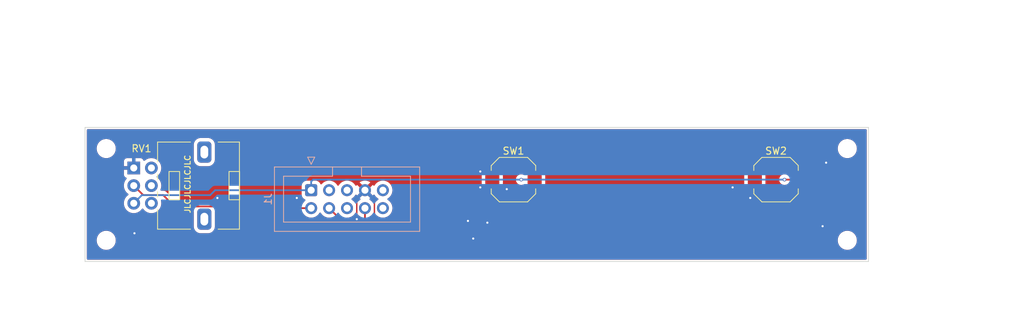
<source format=kicad_pcb>
(kicad_pcb (version 20240108) (generator "pcbnew") (generator_version "8.0")
  (layers (0 "F.Cu" signal) (31 "B.Cu" signal) (34 "B.Paste" user) (35 "F.Paste" user) (36 "B.SilkS" user "B.Silkscreen") (37 "F.SilkS" user "F.Silkscreen") (38 "B.Mask" user) (39 "F.Mask" user) (44 "Edge.Cuts" user))
  (net 0 "")
  (net 1 "+3V3")
  (net 2 "/FLOOD")
  (net 4 "/AIDS")
  (net 7 "GND")
  (net 8 "/DFDR")
  (net 10 "VBUS")
  (footprint "MountingHole:MountingHole_2.2mm_M2" (layer "F.Cu") (at 198.5 119)
    (property "Reference" "H3" (hide yes))
    (property "Value" "MountingHole")
    (pad "" np_thru_hole circle (at 0 0) (size 2.2 2.2) (drill 2.2) (layers "*.Cu" "*.Mask"))
  )
  (footprint "MountingHole:MountingHole_2.2mm_M2" (layer "F.Cu") (at 93.5 119)
    (property "Reference" "H2" (hide yes))
    (property "Value" "MountingHole")
    (pad "" np_thru_hole circle (at 0 0) (size 2.2 2.2) (drill 2.2) (layers "*.Cu" "*.Mask"))
  )
  (footprint "MountingHole:MountingHole_2.2mm_M2" (layer "F.Cu") (at 198.5 106)
    (property "Reference" "H4" (hide yes))
    (property "Value" "MountingHole")
    (pad "" np_thru_hole circle (at 0 0) (size 2.2 2.2) (drill 2.2) (layers "*.Cu" "*.Mask"))
  )
  (footprint "NiasStuff:Potentiometer_Alps_RK09L_Double_Vertical" (layer "F.Cu") (at 97.4 108.75)
    (property "Reference" "RV1" (at 1.1 -2.75 0) (layer "F.SilkS"))
    (property "Value" "R_Potentiometer")
    (fp_line (start 3.38 -3.67) (end 3.38 -0.871) (stroke (width 0.12)) (layer "F.SilkS"))
    (fp_line (start 3.38 -3.67) (end 8.046 -3.67) (stroke (width 0.12)) (layer "F.SilkS"))
    (fp_line (start 3.38 0.871) (end 3.38 1.63) (stroke (width 0.12)) (layer "F.SilkS"))
    (fp_line (start 3.38 3.371) (end 3.38 4.13) (stroke (width 0.12)) (layer "F.SilkS"))
    (fp_line (start 3.38 5.87) (end 3.38 8.67) (stroke (width 0.12)) (layer "F.SilkS"))
    (fp_line (start 3.38 8.67) (end 8.046 8.67) (stroke (width 0.12)) (layer "F.SilkS"))
    (fp_line (start 11.955 -3.67) (end 14.97 -3.67) (stroke (width 0.12)) (layer "F.SilkS"))
    (fp_line (start 11.955 8.67) (end 14.97 8.67) (stroke (width 0.12)) (layer "F.SilkS"))
    (fp_line (start 14.97 -3.67) (end 14.97 8.67) (stroke (width 0.12)) (layer "F.SilkS"))
    (fp_rect (start 5 0.5) (end 6.5 4.5) (stroke (width 0.12)) (fill none) (layer "F.SilkS"))
    (fp_rect (start 13.5 0.5) (end 15 4.5) (stroke (width 0.12)) (fill none) (layer "F.SilkS"))
    (pad "1" thru_hole rect (at 0 0) (size 1.8 1.8) (drill 1) (layers "*.Cu" "*.Mask") (net 7 "GND"))
    (pad "2" thru_hole circle (at 0 2.5) (size 1.8 1.8) (drill 1) (layers "*.Cu" "*.Mask") (net 2 "/FLOOD"))
    (pad "3" thru_hole circle (at 0 5) (size 1.8 1.8) (drill 1) (layers "*.Cu" "*.Mask") (net 1 "+3V3"))
    (pad "4" thru_hole circle (at 2.5 0) (size 1.8 1.8) (drill 1) (layers "*.Cu" "*.Mask"))
    (pad "5" thru_hole circle (at 2.5 2.5) (size 1.8 1.8) (drill 1) (layers "*.Cu" "*.Mask"))
    (pad "6" thru_hole circle (at 2.5 5) (size 1.8 1.8) (drill 1) (layers "*.Cu" "*.Mask"))
    (pad "MP" thru_hole roundrect (at 10 -2.25) (size 2 3) (drill oval 1.1 1.8) (layers "*.Cu" "*.Mask"))
    (pad "MP" thru_hole roundrect (at 10 7.25) (size 2 3) (drill oval 1.1 1.8) (layers "*.Cu" "*.Mask"))
    (zone (net 0) (net_name "") (layer "F.Cu") (name "Copper Keep Out") (connect_pads (clearance 0)) (min_thickness 0.254)
      (keepout (tracks not_allowed) (vias not_allowed) (pads not_allowed) (copperpour not_allowed) (footprints not_allowed))
      (fill (thermal_gap 0.508) (thermal_bridge_width 0.508))
      (polygon (pts (xy 103.9 113.25) (xy 102.4 113.25) (xy 102.4 109.25) (xy 103.9 109.25)))
    )
    (zone (net 0) (net_name "") (layer "F.Cu") (name "Copper Keep Out") (connect_pads (clearance 0)) (min_thickness 0.254)
      (keepout (tracks not_allowed) (vias not_allowed) (pads not_allowed) (copperpour not_allowed) (footprints not_allowed))
      (fill (thermal_gap 0.508) (thermal_bridge_width 0.508))
      (polygon (pts (xy 112.3 113.25) (xy 110.9 113.25) (xy 110.9 109.25) (xy 112.3 109.25)))
    )
  )
  (footprint "MountingHole:MountingHole_2.2mm_M2" (layer "F.Cu") (at 93.5 106)
    (property "Reference" "H1" (hide yes))
    (property "Value" "MountingHole")
    (pad "" np_thru_hole circle (at 0 0) (size 2.2 2.2) (drill 2.2) (layers "*.Cu" "*.Mask"))
  )
  (footprint "Button_Switch_SMD:SW_Push_1TS009xxxx-xxxx-xxxx_6x6x5mm" (layer "F.Cu") (at 188.4 110.4)
    (property "Reference" "SW2" (at 0 -4.064 0) (layer "F.SilkS"))
    (property "Value" "SW_Push")
    (fp_line (start -3.15 -1.981) (end -2 -3.15) (stroke (width 0.12)) (layer "F.SilkS"))
    (fp_line (start -3.15 -1.3) (end -3.15 -1.981) (stroke (width 0.12)) (layer "F.SilkS"))
    (fp_line (start -3.15 1.3) (end -3.15 2) (stroke (width 0.12)) (layer "F.SilkS"))
    (fp_line (start -3.15 2) (end -2 3.15) (stroke (width 0.12)) (layer "F.SilkS"))
    (fp_line (start -2 -3.15) (end 2 -3.15) (stroke (width 0.12)) (layer "F.SilkS"))
    (fp_line (start -2 3.15) (end 2 3.15) (stroke (width 0.12)) (layer "F.SilkS"))
    (fp_line (start 2 -3.15) (end 3.15 -2) (stroke (width 0.12)) (layer "F.SilkS"))
    (fp_line (start 2 3.15) (end 3.15 2) (stroke (width 0.12)) (layer "F.SilkS"))
    (fp_line (start 3.15 -2) (end 3.15 -1.3) (stroke (width 0.12)) (layer "F.SilkS"))
    (fp_line (start 3.15 2) (end 3.15 1.3) (stroke (width 0.12)) (layer "F.SilkS"))
    (pad "1" smd roundrect (at -3 0) (size 2 2) (layers "F.Cu" "F.Paste" "F.Mask") (net 8 "/DFDR"))
    (pad "2" smd roundrect (at 3 0) (size 2 2) (layers "F.Cu" "F.Paste" "F.Mask") (net 1 "+3V3"))
  )
  (footprint "Button_Switch_SMD:SW_Push_1TS009xxxx-xxxx-xxxx_6x6x5mm" (layer "F.Cu") (at 151.2 110.4)
    (property "Reference" "SW1" (at 0 -4.064 0) (layer "F.SilkS"))
    (property "Value" "SW_Push")
    (fp_line (start -3.15 -1.981) (end -2 -3.15) (stroke (width 0.12)) (layer "F.SilkS"))
    (fp_line (start -3.15 -1.3) (end -3.15 -1.981) (stroke (width 0.12)) (layer "F.SilkS"))
    (fp_line (start -3.15 1.3) (end -3.15 2) (stroke (width 0.12)) (layer "F.SilkS"))
    (fp_line (start -3.15 2) (end -2 3.15) (stroke (width 0.12)) (layer "F.SilkS"))
    (fp_line (start -2 -3.15) (end 2 -3.15) (stroke (width 0.12)) (layer "F.SilkS"))
    (fp_line (start -2 3.15) (end 2 3.15) (stroke (width 0.12)) (layer "F.SilkS"))
    (fp_line (start 2 -3.15) (end 3.15 -2) (stroke (width 0.12)) (layer "F.SilkS"))
    (fp_line (start 2 3.15) (end 3.15 2) (stroke (width 0.12)) (layer "F.SilkS"))
    (fp_line (start 3.15 -2) (end 3.15 -1.3) (stroke (width 0.12)) (layer "F.SilkS"))
    (fp_line (start 3.15 2) (end 3.15 1.3) (stroke (width 0.12)) (layer "F.SilkS"))
    (pad "1" smd roundrect (at -3 0) (size 2 2) (layers "F.Cu" "F.Paste" "F.Mask") (net 4 "/AIDS"))
    (pad "2" smd roundrect (at 3 0) (size 2 2) (layers "F.Cu" "F.Paste" "F.Mask") (net 1 "+3V3"))
  )
  (footprint "Connector_IDC:IDC-Header_2x05_P2.54mm_Vertical" (layer "B.Cu") (at 122.54 111.9 -90)
    (property "Reference" "J1" (at 1.27 6.1 90) (layer "B.SilkS") (effects (justify mirror)))
    (property "Value" "Conn_02x05_Odd_Even")
    (fp_line (start -3.29 5.21) (end -3.29 -15.37) (stroke (width 0.12)) (layer "B.SilkS"))
    (fp_line (start 5.83 5.21) (end -3.29 5.21) (stroke (width 0.12)) (layer "B.SilkS"))
    (fp_line (start -1.98 3.91) (end -1.98 -3.03) (stroke (width 0.12)) (layer "B.SilkS"))
    (fp_line (start 4.52 3.91) (end -1.98 3.91) (stroke (width 0.12)) (layer "B.SilkS"))
    (fp_line (start -4.68 0.5) (end -3.68 0) (stroke (width 0.12)) (layer "B.SilkS"))
    (fp_line (start -3.68 0) (end -4.68 -0.5) (stroke (width 0.12)) (layer "B.SilkS"))
    (fp_line (start -4.68 -0.5) (end -4.68 0.5) (stroke (width 0.12)) (layer "B.SilkS"))
    (fp_line (start -1.98 -3.03) (end -3.29 -3.03) (stroke (width 0.12)) (layer "B.SilkS"))
    (fp_line (start -3.29 -7.13) (end -1.98 -7.13) (stroke (width 0.12)) (layer "B.SilkS"))
    (fp_line (start -1.98 -7.13) (end -1.98 -7.13) (stroke (width 0.12)) (layer "B.SilkS"))
    (fp_line (start -1.98 -7.13) (end -1.98 -14.07) (stroke (width 0.12)) (layer "B.SilkS"))
    (fp_line (start -1.98 -14.07) (end 4.52 -14.07) (stroke (width 0.12)) (layer "B.SilkS"))
    (fp_line (start 4.52 -14.07) (end 4.52 3.91) (stroke (width 0.12)) (layer "B.SilkS"))
    (fp_line (start -3.29 -15.37) (end 5.83 -15.37) (stroke (width 0.12)) (layer "B.SilkS"))
    (fp_line (start 5.83 -15.37) (end 5.83 5.21) (stroke (width 0.12)) (layer "B.SilkS"))
    (pad "1" thru_hole roundrect (at 0 0 270) (size 1.7 1.7) (drill 1) (layers "*.Cu" "*.Mask") (roundrect_rratio 0.147059) (net 1 "+3V3"))
    (pad "2" thru_hole circle (at 2.54 0 270) (size 1.7 1.7) (drill 1) (layers "*.Cu" "*.Mask") (net 2 "/FLOOD"))
    (pad "3" thru_hole circle (at 0 -2.54 270) (size 1.7 1.7) (drill 1) (layers "*.Cu" "*.Mask"))
    (pad "4" thru_hole circle (at 2.54 -2.54 270) (size 1.7 1.7) (drill 1) (layers "*.Cu" "*.Mask") (net 8 "/DFDR"))
    (pad "5" thru_hole circle (at 0 -5.08 270) (size 1.7 1.7) (drill 1) (layers "*.Cu" "*.Mask"))
    (pad "6" thru_hole circle (at 2.54 -5.08 270) (size 1.7 1.7) (drill 1) (layers "*.Cu" "*.Mask"))
    (pad "7" thru_hole circle (at 0 -7.62 270) (size 1.7 1.7) (drill 1) (layers "*.Cu" "*.Mask") (net 7 "GND"))
    (pad "8" thru_hole circle (at 2.54 -7.62 270) (size 1.7 1.7) (drill 1) (layers "*.Cu" "*.Mask") (net 4 "/AIDS"))
    (pad "9" thru_hole circle (at 0 -10.16 270) (size 1.7 1.7) (drill 1) (layers "*.Cu" "*.Mask") (net 10 "VBUS"))
    (pad "10" thru_hole circle (at 2.54 -10.16 270) (size 1.7 1.7) (drill 1) (layers "*.Cu" "*.Mask"))
  )
  (gr_line (start 90.5 103) (end 90.5 122) (stroke (width 0.1)) (layer "Edge.Cuts"))
  (gr_line (start 201.5 122) (end 201.5 103) (stroke (width 0.1)) (layer "Edge.Cuts"))
  (gr_line (start 90.5 122) (end 201.5 122) (stroke (width 0.1)) (layer "Edge.Cuts"))
  (gr_line (start 201.5 103) (end 90.5 103) (stroke (width 0.1)) (layer "Edge.Cuts"))
  (gr_text "JLCJLCJLCJLC" (at 105.5 115.25 90) (layer "F.SilkS") (effects (font (size 0.8 0.8)) (justify left bottom)))
  (segment (start 152.3 110.4) (end 154.2 110.4) (width 0.25) (layer "F.Cu") (net 1))
  (segment (start 189.6 110.4) (end 191.4 110.4) (width 0.25) (layer "F.Cu") (net 1))
  (via (at 189.6 110.4) (size 0.5) (drill 0.3) (layers "F.Cu" "B.Cu") (net 1))
  (via (at 152.3 110.4) (size 0.5) (drill 0.3) (layers "F.Cu" "B.Cu") (net 1))
  (segment (start 122.8 110.4) (end 122.54 110.66) (width 0.25) (layer "B.Cu") (net 1))
  (segment (start 122.54 111.9) (end 108.92924 111.9) (width 0.25) (layer "B.Cu") (net 1))
  (segment (start 108.92924 111.9) (end 108.23124 112.598) (width 0.25) (layer "B.Cu") (net 1))
  (segment (start 98.552 112.598) (end 97.4 113.75) (width 0.25) (layer "B.Cu") (net 1))
  (segment (start 122.54 110.66) (end 122.54 111.9) (width 0.25) (layer "B.Cu") (net 1))
  (segment (start 152.3 110.4) (end 189.6 110.4) (width 0.25) (layer "B.Cu") (net 1))
  (segment (start 108.23124 112.598) (end 98.552 112.598) (width 0.25) (layer "B.Cu") (net 1))
  (segment (start 152.3 110.4) (end 122.8 110.4) (width 0.25) (layer "B.Cu") (net 1))
  (segment (start 98.748 112.598) (end 101.571222 112.598) (width 0.25) (layer "F.Cu") (net 2))
  (segment (start 118.44 114.44) (end 122.54 114.44) (width 0.25) (layer "F.Cu") (net 2))
  (segment (start 101.571222 112.598) (end 103.173222 114.2) (width 0.25) (layer "F.Cu") (net 2))
  (segment (start 118.2 114.2) (end 118.44 114.44) (width 0.25) (layer "F.Cu") (net 2))
  (segment (start 97.4 111.25) (end 98.748 112.598) (width 0.25) (layer "F.Cu") (net 2))
  (segment (start 103.173222 114.2) (end 118.2 114.2) (width 0.25) (layer "F.Cu") (net 2))
  (segment (start 148.2 114.4) (end 145.4 117.2) (width 0.25) (layer "F.Cu") (net 4))
  (segment (start 130.16 116.46) (end 130.16 114.44) (width 0.25) (layer "F.Cu") (net 4))
  (segment (start 130.9 117.2) (end 130.16 116.46) (width 0.25) (layer "F.Cu") (net 4))
  (segment (start 145.4 117.2) (end 130.9 117.2) (width 0.25) (layer "F.Cu") (net 4))
  (segment (start 148.2 110.4) (end 148.2 114.4) (width 0.25) (layer "F.Cu") (net 4))
  (segment (start 129 113.06) (end 129 116) (width 0.2) (layer "F.Cu") (net 7))
  (segment (start 130.16 111.9) (end 129 113.06) (width 0.2) (layer "F.Cu") (net 7))
  (segment (start 131.5 113.24) (end 131.5 115.5) (width 0.2) (layer "F.Cu") (net 7))
  (segment (start 130.16 111.9) (end 131.5 113.24) (width 0.2) (layer "F.Cu") (net 7))
  (via (at 145.5 118.75) (size 0.5) (drill 0.3) (layers "F.Cu" "B.Cu") (net 7))
  (via (at 182.25 111.5) (size 0.5) (drill 0.3) (layers "F.Cu" "B.Cu") (net 7))
  (via (at 146.5 111.5) (size 0.5) (drill 0.3) (layers "F.Cu" "B.Cu") (net 7))
  (via (at 150.25 111.75) (size 0.5) (drill 0.3) (layers "F.Cu" "B.Cu") (net 7))
  (via (at 120.5 113) (size 0.5) (drill 0.3) (layers "F.Cu" "B.Cu") (net 7))
  (via (at 144.75 116.25) (size 0.5) (drill 0.3) (layers "F.Cu" "B.Cu") (net 7))
  (via (at 109.25 113) (size 0.5) (drill 0.3) (layers "F.Cu" "B.Cu") (net 7))
  (via (at 195 117) (size 0.5) (drill 0.3) (layers "F.Cu" "B.Cu") (net 7))
  (via (at 147.5 116.5) (size 0.5) (drill 0.3) (layers "F.Cu" "B.Cu") (net 7))
  (via (at 97.5 118) (size 0.5) (drill 0.3) (layers "F.Cu" "B.Cu") (net 7))
  (via (at 129 116) (size 0.5) (drill 0.3) (layers "F.Cu" "B.Cu") (net 7))
  (via (at 195.5 108) (size 0.5) (drill 0.3) (layers "F.Cu" "B.Cu") (net 7))
  (via (at 184.75 113) (size 0.5) (drill 0.3) (layers "F.Cu" "B.Cu") (net 7))
  (via (at 146.5 109.25) (size 0.5) (drill 0.3) (layers "F.Cu" "B.Cu") (net 7))
  (segment (start 128.34 117.7) (end 125.08 114.44) (width 0.25) (layer "F.Cu") (net 8))
  (segment (start 185.4 110.4) (end 178.1 117.7) (width 0.25) (layer "F.Cu") (net 8))
  (segment (start 178.1 117.7) (end 128.34 117.7) (width 0.25) (layer "F.Cu") (net 8))
  (zone (net 7) (net_name "GND") (layers "F&B.Cu") (connect_pads (clearance 0.5)) (min_thickness 0.25) (fill yes (thermal_gap 0.5) (thermal_bridge_width 0.5))
    (polygon (pts (xy 90.5 122) (xy 201.5 122) (xy 201.5 103) (xy 90.5 103)))
  )
)
</source>
